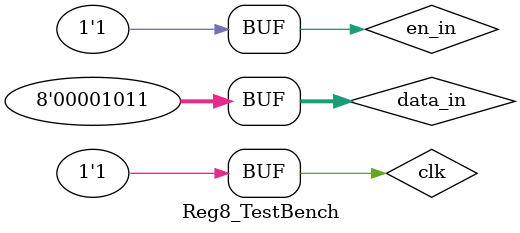
<source format=v>
/*
Title : Reg8_TestBench.v
Author : Nathaniel Therrien
Description : A testbench for the Reg8 module. Tests the module's response to clock changes and enable bit changes.
*/

module Reg8_TestBench();
    reg [7:0] data_in;
    reg clk, en_in;
    wire [7:0] data_out;

    Reg8 uut1 (.I(data_in), .Q(data_out), .E(en_in), .clock(clk));

    initial begin
        // Monitor Format
        $monitor("%t : \nInput : %b\nClock : %b\nEnable : %b\nOutput : %b\n", $time, data_in, clk, en_in, data_out);
        
        // HERE'S THE BIG ONE
        data_in = 00000000; en_in = 0; clk = 0;
        #10;
        data_in = 00000000; en_in = 0; clk = 1;
        #10;
        data_in = 00000000; en_in = 1; clk = 0;
        #10;
        data_in = 00000000; en_in = 1; clk = 1;
        #10;

        data_in = 00000001; en_in = 0; clk = 0;
        #10;
        data_in = 00000001; en_in = 0; clk = 1;
        #10;
        data_in = 00000001; en_in = 1; clk = 0;
        #10;
        data_in = 00000001; en_in = 1; clk = 1;
        #10;

        data_in = 00000010; en_in = 0; clk = 0;
        #10;
        data_in = 00000010; en_in = 0; clk = 1;
        #10;
        data_in = 00000010; en_in = 1; clk = 0;
        #10;
        data_in = 00000010; en_in = 1; clk = 1;
        #10;

        data_in = 00000011; en_in = 0; clk = 0;
        #10;
        data_in = 00000011; en_in = 0; clk = 1;
        #10;
        data_in = 00000011; en_in = 1; clk = 0;
        #10;
        data_in = 00000011; en_in = 1; clk = 1;
        #10;
        end
endmodule

</source>
